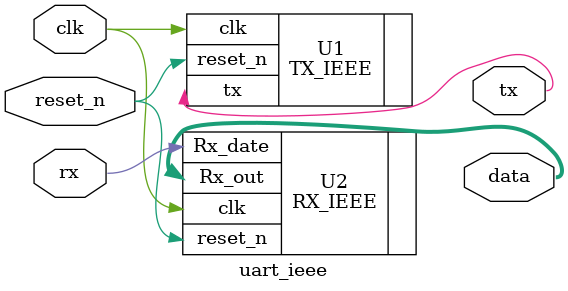
<source format=v>
module uart_ieee(
input clk, reset_n,
input rx,
output tx,
output [7:0] data
);
TX_IEEE U1(
.clk(clk),
.reset_n(reset_n),
.tx(tx)
);
RX_IEEE U2(
.clk(clk),
.reset_n(reset_n),
.Rx_date(rx),
.Rx_out(data)
);  
endmodule

</source>
